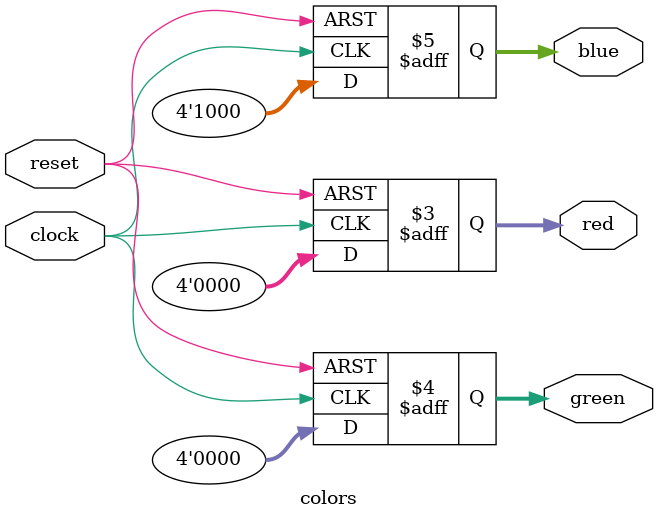
<source format=v>
`timescale 1ns / 1ps

module colors(
    input clock, reset,
    output reg [3:0] red,
    output reg [3:0] green,
    output reg [3:0] blue
    );
    
    
    // VGA Color Analog Signals
    // 4-bit Color, 0 - 15 Digital
    // 4-bit Color, 0 - 0.7V Analog
    
    always@(posedge clock, negedge reset)
    begin
        if (reset == 1'b0)
        begin
            red <= 0;
            green <= 0;
            blue <= 0;
        end
        
        else
        begin
            red <= 4'b0000;
            green <= 4'b0000;
            blue <= 4'b1000;
        end
    end
    
endmodule

</source>
